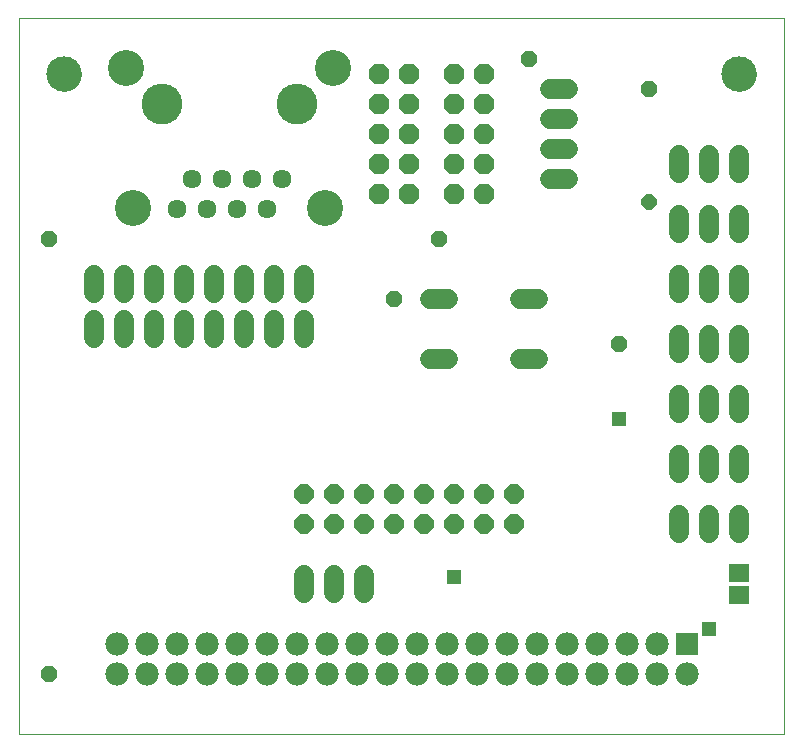
<source format=gts>
G75*
%MOIN*%
%OFA0B0*%
%FSLAX25Y25*%
%IPPOS*%
%LPD*%
%AMOC8*
5,1,8,0,0,1.08239X$1,22.5*
%
%ADD10C,0.00000*%
%ADD11R,0.07099X0.05918*%
%ADD12R,0.07800X0.07800*%
%ADD13C,0.07800*%
%ADD14C,0.06800*%
%ADD15OC8,0.06800*%
%ADD16C,0.11824*%
%ADD17OC8,0.06400*%
%ADD18C,0.06343*%
%ADD19C,0.12020*%
%ADD20C,0.13600*%
%ADD21R,0.05156X0.05156*%
%ADD22OC8,0.05550*%
%ADD23OC8,0.05156*%
D10*
X0001800Y0001800D02*
X0001800Y0240501D01*
X0256721Y0240501D01*
X0256721Y0001800D01*
X0001800Y0001800D01*
X0042900Y0211800D02*
X0042902Y0211960D01*
X0042908Y0212119D01*
X0042918Y0212278D01*
X0042932Y0212437D01*
X0042950Y0212596D01*
X0042971Y0212754D01*
X0042997Y0212911D01*
X0043027Y0213068D01*
X0043060Y0213224D01*
X0043098Y0213379D01*
X0043139Y0213533D01*
X0043184Y0213686D01*
X0043233Y0213838D01*
X0043286Y0213989D01*
X0043342Y0214138D01*
X0043403Y0214286D01*
X0043466Y0214432D01*
X0043534Y0214577D01*
X0043605Y0214720D01*
X0043679Y0214861D01*
X0043757Y0215000D01*
X0043839Y0215137D01*
X0043924Y0215272D01*
X0044012Y0215405D01*
X0044104Y0215536D01*
X0044198Y0215664D01*
X0044296Y0215790D01*
X0044397Y0215914D01*
X0044501Y0216035D01*
X0044608Y0216153D01*
X0044718Y0216269D01*
X0044831Y0216382D01*
X0044947Y0216492D01*
X0045065Y0216599D01*
X0045186Y0216703D01*
X0045310Y0216804D01*
X0045436Y0216902D01*
X0045564Y0216996D01*
X0045695Y0217088D01*
X0045828Y0217176D01*
X0045963Y0217261D01*
X0046100Y0217343D01*
X0046239Y0217421D01*
X0046380Y0217495D01*
X0046523Y0217566D01*
X0046668Y0217634D01*
X0046814Y0217697D01*
X0046962Y0217758D01*
X0047111Y0217814D01*
X0047262Y0217867D01*
X0047414Y0217916D01*
X0047567Y0217961D01*
X0047721Y0218002D01*
X0047876Y0218040D01*
X0048032Y0218073D01*
X0048189Y0218103D01*
X0048346Y0218129D01*
X0048504Y0218150D01*
X0048663Y0218168D01*
X0048822Y0218182D01*
X0048981Y0218192D01*
X0049140Y0218198D01*
X0049300Y0218200D01*
X0049460Y0218198D01*
X0049619Y0218192D01*
X0049778Y0218182D01*
X0049937Y0218168D01*
X0050096Y0218150D01*
X0050254Y0218129D01*
X0050411Y0218103D01*
X0050568Y0218073D01*
X0050724Y0218040D01*
X0050879Y0218002D01*
X0051033Y0217961D01*
X0051186Y0217916D01*
X0051338Y0217867D01*
X0051489Y0217814D01*
X0051638Y0217758D01*
X0051786Y0217697D01*
X0051932Y0217634D01*
X0052077Y0217566D01*
X0052220Y0217495D01*
X0052361Y0217421D01*
X0052500Y0217343D01*
X0052637Y0217261D01*
X0052772Y0217176D01*
X0052905Y0217088D01*
X0053036Y0216996D01*
X0053164Y0216902D01*
X0053290Y0216804D01*
X0053414Y0216703D01*
X0053535Y0216599D01*
X0053653Y0216492D01*
X0053769Y0216382D01*
X0053882Y0216269D01*
X0053992Y0216153D01*
X0054099Y0216035D01*
X0054203Y0215914D01*
X0054304Y0215790D01*
X0054402Y0215664D01*
X0054496Y0215536D01*
X0054588Y0215405D01*
X0054676Y0215272D01*
X0054761Y0215137D01*
X0054843Y0215000D01*
X0054921Y0214861D01*
X0054995Y0214720D01*
X0055066Y0214577D01*
X0055134Y0214432D01*
X0055197Y0214286D01*
X0055258Y0214138D01*
X0055314Y0213989D01*
X0055367Y0213838D01*
X0055416Y0213686D01*
X0055461Y0213533D01*
X0055502Y0213379D01*
X0055540Y0213224D01*
X0055573Y0213068D01*
X0055603Y0212911D01*
X0055629Y0212754D01*
X0055650Y0212596D01*
X0055668Y0212437D01*
X0055682Y0212278D01*
X0055692Y0212119D01*
X0055698Y0211960D01*
X0055700Y0211800D01*
X0055698Y0211640D01*
X0055692Y0211481D01*
X0055682Y0211322D01*
X0055668Y0211163D01*
X0055650Y0211004D01*
X0055629Y0210846D01*
X0055603Y0210689D01*
X0055573Y0210532D01*
X0055540Y0210376D01*
X0055502Y0210221D01*
X0055461Y0210067D01*
X0055416Y0209914D01*
X0055367Y0209762D01*
X0055314Y0209611D01*
X0055258Y0209462D01*
X0055197Y0209314D01*
X0055134Y0209168D01*
X0055066Y0209023D01*
X0054995Y0208880D01*
X0054921Y0208739D01*
X0054843Y0208600D01*
X0054761Y0208463D01*
X0054676Y0208328D01*
X0054588Y0208195D01*
X0054496Y0208064D01*
X0054402Y0207936D01*
X0054304Y0207810D01*
X0054203Y0207686D01*
X0054099Y0207565D01*
X0053992Y0207447D01*
X0053882Y0207331D01*
X0053769Y0207218D01*
X0053653Y0207108D01*
X0053535Y0207001D01*
X0053414Y0206897D01*
X0053290Y0206796D01*
X0053164Y0206698D01*
X0053036Y0206604D01*
X0052905Y0206512D01*
X0052772Y0206424D01*
X0052637Y0206339D01*
X0052500Y0206257D01*
X0052361Y0206179D01*
X0052220Y0206105D01*
X0052077Y0206034D01*
X0051932Y0205966D01*
X0051786Y0205903D01*
X0051638Y0205842D01*
X0051489Y0205786D01*
X0051338Y0205733D01*
X0051186Y0205684D01*
X0051033Y0205639D01*
X0050879Y0205598D01*
X0050724Y0205560D01*
X0050568Y0205527D01*
X0050411Y0205497D01*
X0050254Y0205471D01*
X0050096Y0205450D01*
X0049937Y0205432D01*
X0049778Y0205418D01*
X0049619Y0205408D01*
X0049460Y0205402D01*
X0049300Y0205400D01*
X0049140Y0205402D01*
X0048981Y0205408D01*
X0048822Y0205418D01*
X0048663Y0205432D01*
X0048504Y0205450D01*
X0048346Y0205471D01*
X0048189Y0205497D01*
X0048032Y0205527D01*
X0047876Y0205560D01*
X0047721Y0205598D01*
X0047567Y0205639D01*
X0047414Y0205684D01*
X0047262Y0205733D01*
X0047111Y0205786D01*
X0046962Y0205842D01*
X0046814Y0205903D01*
X0046668Y0205966D01*
X0046523Y0206034D01*
X0046380Y0206105D01*
X0046239Y0206179D01*
X0046100Y0206257D01*
X0045963Y0206339D01*
X0045828Y0206424D01*
X0045695Y0206512D01*
X0045564Y0206604D01*
X0045436Y0206698D01*
X0045310Y0206796D01*
X0045186Y0206897D01*
X0045065Y0207001D01*
X0044947Y0207108D01*
X0044831Y0207218D01*
X0044718Y0207331D01*
X0044608Y0207447D01*
X0044501Y0207565D01*
X0044397Y0207686D01*
X0044296Y0207810D01*
X0044198Y0207936D01*
X0044104Y0208064D01*
X0044012Y0208195D01*
X0043924Y0208328D01*
X0043839Y0208463D01*
X0043757Y0208600D01*
X0043679Y0208739D01*
X0043605Y0208880D01*
X0043534Y0209023D01*
X0043466Y0209168D01*
X0043403Y0209314D01*
X0043342Y0209462D01*
X0043286Y0209611D01*
X0043233Y0209762D01*
X0043184Y0209914D01*
X0043139Y0210067D01*
X0043098Y0210221D01*
X0043060Y0210376D01*
X0043027Y0210532D01*
X0042997Y0210689D01*
X0042971Y0210846D01*
X0042950Y0211004D01*
X0042932Y0211163D01*
X0042918Y0211322D01*
X0042908Y0211481D01*
X0042902Y0211640D01*
X0042900Y0211800D01*
X0011288Y0221800D02*
X0011290Y0221948D01*
X0011296Y0222096D01*
X0011306Y0222244D01*
X0011320Y0222391D01*
X0011338Y0222538D01*
X0011359Y0222684D01*
X0011385Y0222830D01*
X0011415Y0222975D01*
X0011448Y0223119D01*
X0011486Y0223262D01*
X0011527Y0223404D01*
X0011572Y0223545D01*
X0011620Y0223685D01*
X0011673Y0223824D01*
X0011729Y0223961D01*
X0011789Y0224096D01*
X0011852Y0224230D01*
X0011919Y0224362D01*
X0011990Y0224492D01*
X0012064Y0224620D01*
X0012141Y0224746D01*
X0012222Y0224870D01*
X0012306Y0224992D01*
X0012393Y0225111D01*
X0012484Y0225228D01*
X0012578Y0225343D01*
X0012674Y0225455D01*
X0012774Y0225565D01*
X0012876Y0225671D01*
X0012982Y0225775D01*
X0013090Y0225876D01*
X0013201Y0225974D01*
X0013314Y0226070D01*
X0013430Y0226162D01*
X0013548Y0226251D01*
X0013669Y0226336D01*
X0013792Y0226419D01*
X0013917Y0226498D01*
X0014044Y0226574D01*
X0014173Y0226646D01*
X0014304Y0226715D01*
X0014437Y0226780D01*
X0014572Y0226841D01*
X0014708Y0226899D01*
X0014845Y0226954D01*
X0014984Y0227004D01*
X0015125Y0227051D01*
X0015266Y0227094D01*
X0015409Y0227134D01*
X0015553Y0227169D01*
X0015697Y0227201D01*
X0015843Y0227228D01*
X0015989Y0227252D01*
X0016136Y0227272D01*
X0016283Y0227288D01*
X0016430Y0227300D01*
X0016578Y0227308D01*
X0016726Y0227312D01*
X0016874Y0227312D01*
X0017022Y0227308D01*
X0017170Y0227300D01*
X0017317Y0227288D01*
X0017464Y0227272D01*
X0017611Y0227252D01*
X0017757Y0227228D01*
X0017903Y0227201D01*
X0018047Y0227169D01*
X0018191Y0227134D01*
X0018334Y0227094D01*
X0018475Y0227051D01*
X0018616Y0227004D01*
X0018755Y0226954D01*
X0018892Y0226899D01*
X0019028Y0226841D01*
X0019163Y0226780D01*
X0019296Y0226715D01*
X0019427Y0226646D01*
X0019556Y0226574D01*
X0019683Y0226498D01*
X0019808Y0226419D01*
X0019931Y0226336D01*
X0020052Y0226251D01*
X0020170Y0226162D01*
X0020286Y0226070D01*
X0020399Y0225974D01*
X0020510Y0225876D01*
X0020618Y0225775D01*
X0020724Y0225671D01*
X0020826Y0225565D01*
X0020926Y0225455D01*
X0021022Y0225343D01*
X0021116Y0225228D01*
X0021207Y0225111D01*
X0021294Y0224992D01*
X0021378Y0224870D01*
X0021459Y0224746D01*
X0021536Y0224620D01*
X0021610Y0224492D01*
X0021681Y0224362D01*
X0021748Y0224230D01*
X0021811Y0224096D01*
X0021871Y0223961D01*
X0021927Y0223824D01*
X0021980Y0223685D01*
X0022028Y0223545D01*
X0022073Y0223404D01*
X0022114Y0223262D01*
X0022152Y0223119D01*
X0022185Y0222975D01*
X0022215Y0222830D01*
X0022241Y0222684D01*
X0022262Y0222538D01*
X0022280Y0222391D01*
X0022294Y0222244D01*
X0022304Y0222096D01*
X0022310Y0221948D01*
X0022312Y0221800D01*
X0022310Y0221652D01*
X0022304Y0221504D01*
X0022294Y0221356D01*
X0022280Y0221209D01*
X0022262Y0221062D01*
X0022241Y0220916D01*
X0022215Y0220770D01*
X0022185Y0220625D01*
X0022152Y0220481D01*
X0022114Y0220338D01*
X0022073Y0220196D01*
X0022028Y0220055D01*
X0021980Y0219915D01*
X0021927Y0219776D01*
X0021871Y0219639D01*
X0021811Y0219504D01*
X0021748Y0219370D01*
X0021681Y0219238D01*
X0021610Y0219108D01*
X0021536Y0218980D01*
X0021459Y0218854D01*
X0021378Y0218730D01*
X0021294Y0218608D01*
X0021207Y0218489D01*
X0021116Y0218372D01*
X0021022Y0218257D01*
X0020926Y0218145D01*
X0020826Y0218035D01*
X0020724Y0217929D01*
X0020618Y0217825D01*
X0020510Y0217724D01*
X0020399Y0217626D01*
X0020286Y0217530D01*
X0020170Y0217438D01*
X0020052Y0217349D01*
X0019931Y0217264D01*
X0019808Y0217181D01*
X0019683Y0217102D01*
X0019556Y0217026D01*
X0019427Y0216954D01*
X0019296Y0216885D01*
X0019163Y0216820D01*
X0019028Y0216759D01*
X0018892Y0216701D01*
X0018755Y0216646D01*
X0018616Y0216596D01*
X0018475Y0216549D01*
X0018334Y0216506D01*
X0018191Y0216466D01*
X0018047Y0216431D01*
X0017903Y0216399D01*
X0017757Y0216372D01*
X0017611Y0216348D01*
X0017464Y0216328D01*
X0017317Y0216312D01*
X0017170Y0216300D01*
X0017022Y0216292D01*
X0016874Y0216288D01*
X0016726Y0216288D01*
X0016578Y0216292D01*
X0016430Y0216300D01*
X0016283Y0216312D01*
X0016136Y0216328D01*
X0015989Y0216348D01*
X0015843Y0216372D01*
X0015697Y0216399D01*
X0015553Y0216431D01*
X0015409Y0216466D01*
X0015266Y0216506D01*
X0015125Y0216549D01*
X0014984Y0216596D01*
X0014845Y0216646D01*
X0014708Y0216701D01*
X0014572Y0216759D01*
X0014437Y0216820D01*
X0014304Y0216885D01*
X0014173Y0216954D01*
X0014044Y0217026D01*
X0013917Y0217102D01*
X0013792Y0217181D01*
X0013669Y0217264D01*
X0013548Y0217349D01*
X0013430Y0217438D01*
X0013314Y0217530D01*
X0013201Y0217626D01*
X0013090Y0217724D01*
X0012982Y0217825D01*
X0012876Y0217929D01*
X0012774Y0218035D01*
X0012674Y0218145D01*
X0012578Y0218257D01*
X0012484Y0218372D01*
X0012393Y0218489D01*
X0012306Y0218608D01*
X0012222Y0218730D01*
X0012141Y0218854D01*
X0012064Y0218980D01*
X0011990Y0219108D01*
X0011919Y0219238D01*
X0011852Y0219370D01*
X0011789Y0219504D01*
X0011729Y0219639D01*
X0011673Y0219776D01*
X0011620Y0219915D01*
X0011572Y0220055D01*
X0011527Y0220196D01*
X0011486Y0220338D01*
X0011448Y0220481D01*
X0011415Y0220625D01*
X0011385Y0220770D01*
X0011359Y0220916D01*
X0011338Y0221062D01*
X0011320Y0221209D01*
X0011306Y0221356D01*
X0011296Y0221504D01*
X0011290Y0221652D01*
X0011288Y0221800D01*
X0087900Y0211800D02*
X0087902Y0211960D01*
X0087908Y0212119D01*
X0087918Y0212278D01*
X0087932Y0212437D01*
X0087950Y0212596D01*
X0087971Y0212754D01*
X0087997Y0212911D01*
X0088027Y0213068D01*
X0088060Y0213224D01*
X0088098Y0213379D01*
X0088139Y0213533D01*
X0088184Y0213686D01*
X0088233Y0213838D01*
X0088286Y0213989D01*
X0088342Y0214138D01*
X0088403Y0214286D01*
X0088466Y0214432D01*
X0088534Y0214577D01*
X0088605Y0214720D01*
X0088679Y0214861D01*
X0088757Y0215000D01*
X0088839Y0215137D01*
X0088924Y0215272D01*
X0089012Y0215405D01*
X0089104Y0215536D01*
X0089198Y0215664D01*
X0089296Y0215790D01*
X0089397Y0215914D01*
X0089501Y0216035D01*
X0089608Y0216153D01*
X0089718Y0216269D01*
X0089831Y0216382D01*
X0089947Y0216492D01*
X0090065Y0216599D01*
X0090186Y0216703D01*
X0090310Y0216804D01*
X0090436Y0216902D01*
X0090564Y0216996D01*
X0090695Y0217088D01*
X0090828Y0217176D01*
X0090963Y0217261D01*
X0091100Y0217343D01*
X0091239Y0217421D01*
X0091380Y0217495D01*
X0091523Y0217566D01*
X0091668Y0217634D01*
X0091814Y0217697D01*
X0091962Y0217758D01*
X0092111Y0217814D01*
X0092262Y0217867D01*
X0092414Y0217916D01*
X0092567Y0217961D01*
X0092721Y0218002D01*
X0092876Y0218040D01*
X0093032Y0218073D01*
X0093189Y0218103D01*
X0093346Y0218129D01*
X0093504Y0218150D01*
X0093663Y0218168D01*
X0093822Y0218182D01*
X0093981Y0218192D01*
X0094140Y0218198D01*
X0094300Y0218200D01*
X0094460Y0218198D01*
X0094619Y0218192D01*
X0094778Y0218182D01*
X0094937Y0218168D01*
X0095096Y0218150D01*
X0095254Y0218129D01*
X0095411Y0218103D01*
X0095568Y0218073D01*
X0095724Y0218040D01*
X0095879Y0218002D01*
X0096033Y0217961D01*
X0096186Y0217916D01*
X0096338Y0217867D01*
X0096489Y0217814D01*
X0096638Y0217758D01*
X0096786Y0217697D01*
X0096932Y0217634D01*
X0097077Y0217566D01*
X0097220Y0217495D01*
X0097361Y0217421D01*
X0097500Y0217343D01*
X0097637Y0217261D01*
X0097772Y0217176D01*
X0097905Y0217088D01*
X0098036Y0216996D01*
X0098164Y0216902D01*
X0098290Y0216804D01*
X0098414Y0216703D01*
X0098535Y0216599D01*
X0098653Y0216492D01*
X0098769Y0216382D01*
X0098882Y0216269D01*
X0098992Y0216153D01*
X0099099Y0216035D01*
X0099203Y0215914D01*
X0099304Y0215790D01*
X0099402Y0215664D01*
X0099496Y0215536D01*
X0099588Y0215405D01*
X0099676Y0215272D01*
X0099761Y0215137D01*
X0099843Y0215000D01*
X0099921Y0214861D01*
X0099995Y0214720D01*
X0100066Y0214577D01*
X0100134Y0214432D01*
X0100197Y0214286D01*
X0100258Y0214138D01*
X0100314Y0213989D01*
X0100367Y0213838D01*
X0100416Y0213686D01*
X0100461Y0213533D01*
X0100502Y0213379D01*
X0100540Y0213224D01*
X0100573Y0213068D01*
X0100603Y0212911D01*
X0100629Y0212754D01*
X0100650Y0212596D01*
X0100668Y0212437D01*
X0100682Y0212278D01*
X0100692Y0212119D01*
X0100698Y0211960D01*
X0100700Y0211800D01*
X0100698Y0211640D01*
X0100692Y0211481D01*
X0100682Y0211322D01*
X0100668Y0211163D01*
X0100650Y0211004D01*
X0100629Y0210846D01*
X0100603Y0210689D01*
X0100573Y0210532D01*
X0100540Y0210376D01*
X0100502Y0210221D01*
X0100461Y0210067D01*
X0100416Y0209914D01*
X0100367Y0209762D01*
X0100314Y0209611D01*
X0100258Y0209462D01*
X0100197Y0209314D01*
X0100134Y0209168D01*
X0100066Y0209023D01*
X0099995Y0208880D01*
X0099921Y0208739D01*
X0099843Y0208600D01*
X0099761Y0208463D01*
X0099676Y0208328D01*
X0099588Y0208195D01*
X0099496Y0208064D01*
X0099402Y0207936D01*
X0099304Y0207810D01*
X0099203Y0207686D01*
X0099099Y0207565D01*
X0098992Y0207447D01*
X0098882Y0207331D01*
X0098769Y0207218D01*
X0098653Y0207108D01*
X0098535Y0207001D01*
X0098414Y0206897D01*
X0098290Y0206796D01*
X0098164Y0206698D01*
X0098036Y0206604D01*
X0097905Y0206512D01*
X0097772Y0206424D01*
X0097637Y0206339D01*
X0097500Y0206257D01*
X0097361Y0206179D01*
X0097220Y0206105D01*
X0097077Y0206034D01*
X0096932Y0205966D01*
X0096786Y0205903D01*
X0096638Y0205842D01*
X0096489Y0205786D01*
X0096338Y0205733D01*
X0096186Y0205684D01*
X0096033Y0205639D01*
X0095879Y0205598D01*
X0095724Y0205560D01*
X0095568Y0205527D01*
X0095411Y0205497D01*
X0095254Y0205471D01*
X0095096Y0205450D01*
X0094937Y0205432D01*
X0094778Y0205418D01*
X0094619Y0205408D01*
X0094460Y0205402D01*
X0094300Y0205400D01*
X0094140Y0205402D01*
X0093981Y0205408D01*
X0093822Y0205418D01*
X0093663Y0205432D01*
X0093504Y0205450D01*
X0093346Y0205471D01*
X0093189Y0205497D01*
X0093032Y0205527D01*
X0092876Y0205560D01*
X0092721Y0205598D01*
X0092567Y0205639D01*
X0092414Y0205684D01*
X0092262Y0205733D01*
X0092111Y0205786D01*
X0091962Y0205842D01*
X0091814Y0205903D01*
X0091668Y0205966D01*
X0091523Y0206034D01*
X0091380Y0206105D01*
X0091239Y0206179D01*
X0091100Y0206257D01*
X0090963Y0206339D01*
X0090828Y0206424D01*
X0090695Y0206512D01*
X0090564Y0206604D01*
X0090436Y0206698D01*
X0090310Y0206796D01*
X0090186Y0206897D01*
X0090065Y0207001D01*
X0089947Y0207108D01*
X0089831Y0207218D01*
X0089718Y0207331D01*
X0089608Y0207447D01*
X0089501Y0207565D01*
X0089397Y0207686D01*
X0089296Y0207810D01*
X0089198Y0207936D01*
X0089104Y0208064D01*
X0089012Y0208195D01*
X0088924Y0208328D01*
X0088839Y0208463D01*
X0088757Y0208600D01*
X0088679Y0208739D01*
X0088605Y0208880D01*
X0088534Y0209023D01*
X0088466Y0209168D01*
X0088403Y0209314D01*
X0088342Y0209462D01*
X0088286Y0209611D01*
X0088233Y0209762D01*
X0088184Y0209914D01*
X0088139Y0210067D01*
X0088098Y0210221D01*
X0088060Y0210376D01*
X0088027Y0210532D01*
X0087997Y0210689D01*
X0087971Y0210846D01*
X0087950Y0211004D01*
X0087932Y0211163D01*
X0087918Y0211322D01*
X0087908Y0211481D01*
X0087902Y0211640D01*
X0087900Y0211800D01*
X0236288Y0221800D02*
X0236290Y0221948D01*
X0236296Y0222096D01*
X0236306Y0222244D01*
X0236320Y0222391D01*
X0236338Y0222538D01*
X0236359Y0222684D01*
X0236385Y0222830D01*
X0236415Y0222975D01*
X0236448Y0223119D01*
X0236486Y0223262D01*
X0236527Y0223404D01*
X0236572Y0223545D01*
X0236620Y0223685D01*
X0236673Y0223824D01*
X0236729Y0223961D01*
X0236789Y0224096D01*
X0236852Y0224230D01*
X0236919Y0224362D01*
X0236990Y0224492D01*
X0237064Y0224620D01*
X0237141Y0224746D01*
X0237222Y0224870D01*
X0237306Y0224992D01*
X0237393Y0225111D01*
X0237484Y0225228D01*
X0237578Y0225343D01*
X0237674Y0225455D01*
X0237774Y0225565D01*
X0237876Y0225671D01*
X0237982Y0225775D01*
X0238090Y0225876D01*
X0238201Y0225974D01*
X0238314Y0226070D01*
X0238430Y0226162D01*
X0238548Y0226251D01*
X0238669Y0226336D01*
X0238792Y0226419D01*
X0238917Y0226498D01*
X0239044Y0226574D01*
X0239173Y0226646D01*
X0239304Y0226715D01*
X0239437Y0226780D01*
X0239572Y0226841D01*
X0239708Y0226899D01*
X0239845Y0226954D01*
X0239984Y0227004D01*
X0240125Y0227051D01*
X0240266Y0227094D01*
X0240409Y0227134D01*
X0240553Y0227169D01*
X0240697Y0227201D01*
X0240843Y0227228D01*
X0240989Y0227252D01*
X0241136Y0227272D01*
X0241283Y0227288D01*
X0241430Y0227300D01*
X0241578Y0227308D01*
X0241726Y0227312D01*
X0241874Y0227312D01*
X0242022Y0227308D01*
X0242170Y0227300D01*
X0242317Y0227288D01*
X0242464Y0227272D01*
X0242611Y0227252D01*
X0242757Y0227228D01*
X0242903Y0227201D01*
X0243047Y0227169D01*
X0243191Y0227134D01*
X0243334Y0227094D01*
X0243475Y0227051D01*
X0243616Y0227004D01*
X0243755Y0226954D01*
X0243892Y0226899D01*
X0244028Y0226841D01*
X0244163Y0226780D01*
X0244296Y0226715D01*
X0244427Y0226646D01*
X0244556Y0226574D01*
X0244683Y0226498D01*
X0244808Y0226419D01*
X0244931Y0226336D01*
X0245052Y0226251D01*
X0245170Y0226162D01*
X0245286Y0226070D01*
X0245399Y0225974D01*
X0245510Y0225876D01*
X0245618Y0225775D01*
X0245724Y0225671D01*
X0245826Y0225565D01*
X0245926Y0225455D01*
X0246022Y0225343D01*
X0246116Y0225228D01*
X0246207Y0225111D01*
X0246294Y0224992D01*
X0246378Y0224870D01*
X0246459Y0224746D01*
X0246536Y0224620D01*
X0246610Y0224492D01*
X0246681Y0224362D01*
X0246748Y0224230D01*
X0246811Y0224096D01*
X0246871Y0223961D01*
X0246927Y0223824D01*
X0246980Y0223685D01*
X0247028Y0223545D01*
X0247073Y0223404D01*
X0247114Y0223262D01*
X0247152Y0223119D01*
X0247185Y0222975D01*
X0247215Y0222830D01*
X0247241Y0222684D01*
X0247262Y0222538D01*
X0247280Y0222391D01*
X0247294Y0222244D01*
X0247304Y0222096D01*
X0247310Y0221948D01*
X0247312Y0221800D01*
X0247310Y0221652D01*
X0247304Y0221504D01*
X0247294Y0221356D01*
X0247280Y0221209D01*
X0247262Y0221062D01*
X0247241Y0220916D01*
X0247215Y0220770D01*
X0247185Y0220625D01*
X0247152Y0220481D01*
X0247114Y0220338D01*
X0247073Y0220196D01*
X0247028Y0220055D01*
X0246980Y0219915D01*
X0246927Y0219776D01*
X0246871Y0219639D01*
X0246811Y0219504D01*
X0246748Y0219370D01*
X0246681Y0219238D01*
X0246610Y0219108D01*
X0246536Y0218980D01*
X0246459Y0218854D01*
X0246378Y0218730D01*
X0246294Y0218608D01*
X0246207Y0218489D01*
X0246116Y0218372D01*
X0246022Y0218257D01*
X0245926Y0218145D01*
X0245826Y0218035D01*
X0245724Y0217929D01*
X0245618Y0217825D01*
X0245510Y0217724D01*
X0245399Y0217626D01*
X0245286Y0217530D01*
X0245170Y0217438D01*
X0245052Y0217349D01*
X0244931Y0217264D01*
X0244808Y0217181D01*
X0244683Y0217102D01*
X0244556Y0217026D01*
X0244427Y0216954D01*
X0244296Y0216885D01*
X0244163Y0216820D01*
X0244028Y0216759D01*
X0243892Y0216701D01*
X0243755Y0216646D01*
X0243616Y0216596D01*
X0243475Y0216549D01*
X0243334Y0216506D01*
X0243191Y0216466D01*
X0243047Y0216431D01*
X0242903Y0216399D01*
X0242757Y0216372D01*
X0242611Y0216348D01*
X0242464Y0216328D01*
X0242317Y0216312D01*
X0242170Y0216300D01*
X0242022Y0216292D01*
X0241874Y0216288D01*
X0241726Y0216288D01*
X0241578Y0216292D01*
X0241430Y0216300D01*
X0241283Y0216312D01*
X0241136Y0216328D01*
X0240989Y0216348D01*
X0240843Y0216372D01*
X0240697Y0216399D01*
X0240553Y0216431D01*
X0240409Y0216466D01*
X0240266Y0216506D01*
X0240125Y0216549D01*
X0239984Y0216596D01*
X0239845Y0216646D01*
X0239708Y0216701D01*
X0239572Y0216759D01*
X0239437Y0216820D01*
X0239304Y0216885D01*
X0239173Y0216954D01*
X0239044Y0217026D01*
X0238917Y0217102D01*
X0238792Y0217181D01*
X0238669Y0217264D01*
X0238548Y0217349D01*
X0238430Y0217438D01*
X0238314Y0217530D01*
X0238201Y0217626D01*
X0238090Y0217724D01*
X0237982Y0217825D01*
X0237876Y0217929D01*
X0237774Y0218035D01*
X0237674Y0218145D01*
X0237578Y0218257D01*
X0237484Y0218372D01*
X0237393Y0218489D01*
X0237306Y0218608D01*
X0237222Y0218730D01*
X0237141Y0218854D01*
X0237064Y0218980D01*
X0236990Y0219108D01*
X0236919Y0219238D01*
X0236852Y0219370D01*
X0236789Y0219504D01*
X0236729Y0219639D01*
X0236673Y0219776D01*
X0236620Y0219915D01*
X0236572Y0220055D01*
X0236527Y0220196D01*
X0236486Y0220338D01*
X0236448Y0220481D01*
X0236415Y0220625D01*
X0236385Y0220770D01*
X0236359Y0220916D01*
X0236338Y0221062D01*
X0236320Y0221209D01*
X0236306Y0221356D01*
X0236296Y0221504D01*
X0236290Y0221652D01*
X0236288Y0221800D01*
D11*
X0241800Y0055540D03*
X0241800Y0048060D03*
D12*
X0224300Y0031800D03*
D13*
X0214300Y0031800D03*
X0204300Y0031800D03*
X0194300Y0031800D03*
X0184300Y0031800D03*
X0174300Y0031800D03*
X0164300Y0031800D03*
X0154300Y0031800D03*
X0144300Y0031800D03*
X0134300Y0031800D03*
X0124300Y0031800D03*
X0114300Y0031800D03*
X0104300Y0031800D03*
X0094300Y0031800D03*
X0084300Y0031800D03*
X0074300Y0031800D03*
X0064300Y0031800D03*
X0054300Y0031800D03*
X0044300Y0031800D03*
X0034300Y0031800D03*
X0034300Y0021800D03*
X0044300Y0021800D03*
X0054300Y0021800D03*
X0064300Y0021800D03*
X0074300Y0021800D03*
X0084300Y0021800D03*
X0094300Y0021800D03*
X0104300Y0021800D03*
X0114300Y0021800D03*
X0124300Y0021800D03*
X0134300Y0021800D03*
X0144300Y0021800D03*
X0154300Y0021800D03*
X0164300Y0021800D03*
X0174300Y0021800D03*
X0184300Y0021800D03*
X0194300Y0021800D03*
X0204300Y0021800D03*
X0214300Y0021800D03*
X0224300Y0021800D03*
D14*
X0221800Y0068800D02*
X0221800Y0074800D01*
X0231800Y0074800D02*
X0231800Y0068800D01*
X0241800Y0068800D02*
X0241800Y0074800D01*
X0241800Y0088800D02*
X0241800Y0094800D01*
X0231800Y0094800D02*
X0231800Y0088800D01*
X0221800Y0088800D02*
X0221800Y0094800D01*
X0221800Y0108800D02*
X0221800Y0114800D01*
X0231800Y0114800D02*
X0231800Y0108800D01*
X0241800Y0108800D02*
X0241800Y0114800D01*
X0241800Y0128800D02*
X0241800Y0134800D01*
X0231800Y0134800D02*
X0231800Y0128800D01*
X0221800Y0128800D02*
X0221800Y0134800D01*
X0221800Y0148800D02*
X0221800Y0154800D01*
X0231800Y0154800D02*
X0231800Y0148800D01*
X0241800Y0148800D02*
X0241800Y0154800D01*
X0241800Y0168800D02*
X0241800Y0174800D01*
X0231800Y0174800D02*
X0231800Y0168800D01*
X0221800Y0168800D02*
X0221800Y0174800D01*
X0221800Y0188800D02*
X0221800Y0194800D01*
X0231800Y0194800D02*
X0231800Y0188800D01*
X0241800Y0188800D02*
X0241800Y0194800D01*
X0184800Y0196800D02*
X0178800Y0196800D01*
X0178800Y0186800D02*
X0184800Y0186800D01*
X0184800Y0206800D02*
X0178800Y0206800D01*
X0178800Y0216800D02*
X0184800Y0216800D01*
X0174800Y0146800D02*
X0168800Y0146800D01*
X0168800Y0126800D02*
X0174800Y0126800D01*
X0144800Y0126800D02*
X0138800Y0126800D01*
X0138800Y0146800D02*
X0144800Y0146800D01*
X0096800Y0148800D02*
X0096800Y0154800D01*
X0086800Y0154800D02*
X0086800Y0148800D01*
X0086800Y0139800D02*
X0086800Y0133800D01*
X0076800Y0133800D02*
X0076800Y0139800D01*
X0076800Y0148800D02*
X0076800Y0154800D01*
X0066800Y0154800D02*
X0066800Y0148800D01*
X0066800Y0139800D02*
X0066800Y0133800D01*
X0056800Y0133800D02*
X0056800Y0139800D01*
X0046800Y0139800D02*
X0046800Y0133800D01*
X0036800Y0133800D02*
X0036800Y0139800D01*
X0036800Y0148800D02*
X0036800Y0154800D01*
X0026800Y0154800D02*
X0026800Y0148800D01*
X0026800Y0139800D02*
X0026800Y0133800D01*
X0046800Y0148800D02*
X0046800Y0154800D01*
X0056800Y0154800D02*
X0056800Y0148800D01*
X0096800Y0139800D02*
X0096800Y0133800D01*
X0096800Y0054800D02*
X0096800Y0048800D01*
X0106800Y0048800D02*
X0106800Y0054800D01*
X0116800Y0054800D02*
X0116800Y0048800D01*
D15*
X0121800Y0181800D03*
X0131800Y0181800D03*
X0131800Y0191800D03*
X0121800Y0191800D03*
X0121800Y0201800D03*
X0131800Y0201800D03*
X0131800Y0211800D03*
X0121800Y0211800D03*
X0121800Y0221800D03*
X0131800Y0221800D03*
X0146800Y0221800D03*
X0146800Y0211800D03*
X0146800Y0201800D03*
X0146800Y0191800D03*
X0146800Y0181800D03*
X0156800Y0181800D03*
X0156800Y0191800D03*
X0156800Y0201800D03*
X0156800Y0211800D03*
X0156800Y0221800D03*
D16*
X0241800Y0221800D03*
X0016800Y0221800D03*
D17*
X0096800Y0081800D03*
X0096800Y0071800D03*
X0106800Y0071800D03*
X0106800Y0081800D03*
X0116800Y0081800D03*
X0116800Y0071800D03*
X0126800Y0071800D03*
X0136800Y0071800D03*
X0136800Y0081800D03*
X0126800Y0081800D03*
X0146800Y0081800D03*
X0146800Y0071800D03*
X0156800Y0071800D03*
X0156800Y0081800D03*
X0166800Y0081800D03*
X0166800Y0071800D03*
D18*
X0084300Y0176800D03*
X0074300Y0176800D03*
X0064300Y0176800D03*
X0054300Y0176800D03*
X0059300Y0186800D03*
X0069300Y0186800D03*
X0079300Y0186800D03*
X0089300Y0186800D03*
D19*
X0103800Y0177312D03*
X0106300Y0223800D03*
X0039800Y0177312D03*
X0037300Y0223800D03*
D20*
X0049300Y0211800D03*
X0094300Y0211800D03*
D21*
X0201800Y0106800D03*
X0146800Y0054300D03*
X0231800Y0036800D03*
D22*
X0201800Y0131800D03*
X0141800Y0166800D03*
X0126800Y0146800D03*
X0211800Y0216800D03*
X0171800Y0226800D03*
X0011800Y0166800D03*
X0011800Y0021800D03*
D23*
X0211800Y0179300D03*
M02*

</source>
